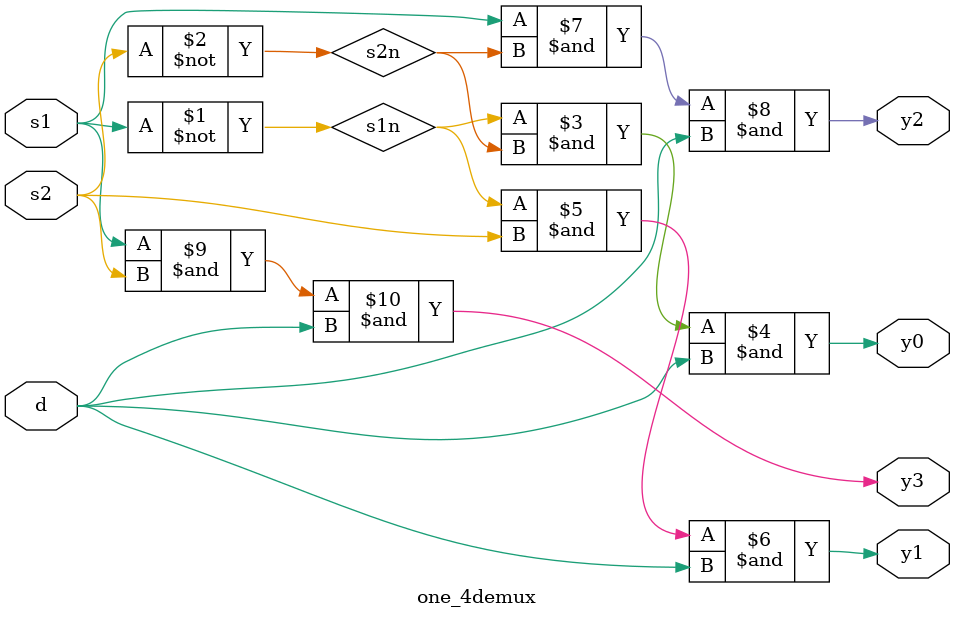
<source format=v>
module one_4demux (d,s1,s2,y0,y1,y2,y3);
input d,s1,s2;
	output y0,y1,y2,y3;
	assign s1n=~s1;
	assign s2n=~s2;
	assign y0=s1n&s2n&d;
	assign y1=s1n&s2&d;	
	assign y2=s1&s2n&d;
	assign y3=s1&s2&d;
endmodule 

</source>
